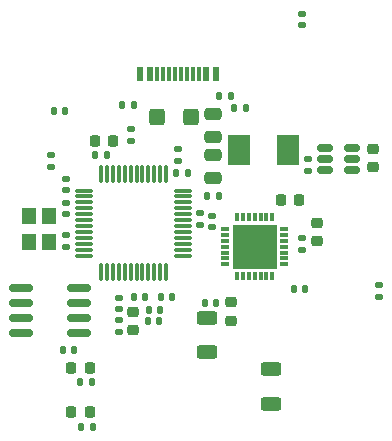
<source format=gbr>
%TF.GenerationSoftware,KiCad,Pcbnew,8.0.2*%
%TF.CreationDate,2024-09-15T16:43:51-04:00*%
%TF.ProjectId,StepperMotorDriver,53746570-7065-4724-9d6f-746f72447269,rev?*%
%TF.SameCoordinates,Original*%
%TF.FileFunction,Paste,Top*%
%TF.FilePolarity,Positive*%
%FSLAX46Y46*%
G04 Gerber Fmt 4.6, Leading zero omitted, Abs format (unit mm)*
G04 Created by KiCad (PCBNEW 8.0.2) date 2024-09-15 16:43:51*
%MOMM*%
%LPD*%
G01*
G04 APERTURE LIST*
G04 Aperture macros list*
%AMRoundRect*
0 Rectangle with rounded corners*
0 $1 Rounding radius*
0 $2 $3 $4 $5 $6 $7 $8 $9 X,Y pos of 4 corners*
0 Add a 4 corners polygon primitive as box body*
4,1,4,$2,$3,$4,$5,$6,$7,$8,$9,$2,$3,0*
0 Add four circle primitives for the rounded corners*
1,1,$1+$1,$2,$3*
1,1,$1+$1,$4,$5*
1,1,$1+$1,$6,$7*
1,1,$1+$1,$8,$9*
0 Add four rect primitives between the rounded corners*
20,1,$1+$1,$2,$3,$4,$5,0*
20,1,$1+$1,$4,$5,$6,$7,0*
20,1,$1+$1,$6,$7,$8,$9,0*
20,1,$1+$1,$8,$9,$2,$3,0*%
G04 Aperture macros list end*
%ADD10R,1.200000X1.400000*%
%ADD11RoundRect,0.250000X-0.400000X-0.450000X0.400000X-0.450000X0.400000X0.450000X-0.400000X0.450000X0*%
%ADD12RoundRect,0.250000X-0.625000X0.312500X-0.625000X-0.312500X0.625000X-0.312500X0.625000X0.312500X0*%
%ADD13RoundRect,0.140000X-0.140000X-0.170000X0.140000X-0.170000X0.140000X0.170000X-0.140000X0.170000X0*%
%ADD14RoundRect,0.140000X-0.170000X0.140000X-0.170000X-0.140000X0.170000X-0.140000X0.170000X0.140000X0*%
%ADD15RoundRect,0.135000X-0.185000X0.135000X-0.185000X-0.135000X0.185000X-0.135000X0.185000X0.135000X0*%
%ADD16RoundRect,0.218750X-0.256250X0.218750X-0.256250X-0.218750X0.256250X-0.218750X0.256250X0.218750X0*%
%ADD17RoundRect,0.150000X0.825000X0.150000X-0.825000X0.150000X-0.825000X-0.150000X0.825000X-0.150000X0*%
%ADD18RoundRect,0.140000X0.170000X-0.140000X0.170000X0.140000X-0.170000X0.140000X-0.170000X-0.140000X0*%
%ADD19RoundRect,0.250000X-0.475000X0.250000X-0.475000X-0.250000X0.475000X-0.250000X0.475000X0.250000X0*%
%ADD20RoundRect,0.218750X-0.218750X-0.256250X0.218750X-0.256250X0.218750X0.256250X-0.218750X0.256250X0*%
%ADD21RoundRect,0.140000X0.140000X0.170000X-0.140000X0.170000X-0.140000X-0.170000X0.140000X-0.170000X0*%
%ADD22RoundRect,0.135000X-0.135000X-0.185000X0.135000X-0.185000X0.135000X0.185000X-0.135000X0.185000X0*%
%ADD23RoundRect,0.225000X0.250000X-0.225000X0.250000X0.225000X-0.250000X0.225000X-0.250000X-0.225000X0*%
%ADD24RoundRect,0.135000X0.185000X-0.135000X0.185000X0.135000X-0.185000X0.135000X-0.185000X-0.135000X0*%
%ADD25RoundRect,0.075000X-0.662500X-0.075000X0.662500X-0.075000X0.662500X0.075000X-0.662500X0.075000X0*%
%ADD26RoundRect,0.075000X-0.075000X-0.662500X0.075000X-0.662500X0.075000X0.662500X-0.075000X0.662500X0*%
%ADD27R,1.900000X2.500000*%
%ADD28RoundRect,0.250000X0.625000X-0.312500X0.625000X0.312500X-0.625000X0.312500X-0.625000X-0.312500X0*%
%ADD29RoundRect,0.150000X0.512500X0.150000X-0.512500X0.150000X-0.512500X-0.150000X0.512500X-0.150000X0*%
%ADD30R,0.600000X1.160000*%
%ADD31R,0.300000X1.160000*%
%ADD32RoundRect,0.135000X0.135000X0.185000X-0.135000X0.185000X-0.135000X-0.185000X0.135000X-0.185000X0*%
%ADD33RoundRect,0.225000X-0.225000X-0.250000X0.225000X-0.250000X0.225000X0.250000X-0.225000X0.250000X0*%
%ADD34RoundRect,0.225000X0.225000X0.250000X-0.225000X0.250000X-0.225000X-0.250000X0.225000X-0.250000X0*%
%ADD35RoundRect,0.225000X-0.250000X0.225000X-0.250000X-0.225000X0.250000X-0.225000X0.250000X0.225000X0*%
%ADD36R,0.800000X0.300000*%
%ADD37R,0.300000X0.800000*%
%ADD38R,3.800000X3.800000*%
G04 APERTURE END LIST*
D10*
%TO.C,Y2*%
X60650000Y-61400000D03*
X60650000Y-63600000D03*
X62350000Y-63600000D03*
X62350000Y-61400000D03*
%TD*%
D11*
%TO.C,D1*%
X71451105Y-52993477D03*
X74351105Y-52993477D03*
%TD*%
D12*
%TO.C,R6*%
X75750000Y-70037500D03*
X75750000Y-72962500D03*
%TD*%
D13*
%TO.C,C20*%
X62770000Y-52500000D03*
X63730000Y-52500000D03*
%TD*%
%TO.C,C1*%
X75737001Y-59750000D03*
X76697001Y-59750000D03*
%TD*%
D14*
%TO.C,C19*%
X68250000Y-70230809D03*
X68250000Y-71190809D03*
%TD*%
D15*
%TO.C,R4*%
X75154699Y-61118977D03*
X75154699Y-62138977D03*
%TD*%
D16*
%TO.C,D2*%
X77750000Y-68712500D03*
X77750000Y-70287500D03*
%TD*%
D17*
%TO.C,U2*%
X64904524Y-71322558D03*
X64904524Y-70052558D03*
X64904524Y-68782558D03*
X64904524Y-67512558D03*
X59954524Y-67512558D03*
X59954524Y-68782558D03*
X59954524Y-70052558D03*
X59954524Y-71322558D03*
%TD*%
D18*
%TO.C,C5*%
X76122387Y-62369207D03*
X76122387Y-61409207D03*
%TD*%
D19*
%TO.C,C27*%
X76247443Y-56255287D03*
X76247443Y-58155287D03*
%TD*%
D20*
%TO.C,D4*%
X64212500Y-78000000D03*
X65787500Y-78000000D03*
%TD*%
D13*
%TO.C,C2*%
X63520000Y-72750000D03*
X64480000Y-72750000D03*
%TD*%
D21*
%TO.C,C13*%
X74084445Y-57788002D03*
X73124445Y-57788002D03*
%TD*%
D18*
%TO.C,C12*%
X63750000Y-59230000D03*
X63750000Y-58270000D03*
%TD*%
D22*
%TO.C,R9*%
X64990000Y-75500000D03*
X66010000Y-75500000D03*
%TD*%
D23*
%TO.C,C10*%
X85000000Y-63525000D03*
X85000000Y-61975000D03*
%TD*%
D24*
%TO.C,R2*%
X73250000Y-56760000D03*
X73250000Y-55740000D03*
%TD*%
D16*
%TO.C,FB3*%
X69474550Y-69494869D03*
X69474550Y-71069869D03*
%TD*%
D13*
%TO.C,C7*%
X84025873Y-67613273D03*
X83065873Y-67613273D03*
%TD*%
D25*
%TO.C,U3*%
X65337500Y-59250000D03*
X65337500Y-59750000D03*
X65337500Y-60250000D03*
X65337500Y-60750000D03*
X65337500Y-61250000D03*
X65337500Y-61750000D03*
X65337500Y-62250000D03*
X65337500Y-62750000D03*
X65337500Y-63250000D03*
X65337500Y-63750000D03*
X65337500Y-64250000D03*
X65337500Y-64750000D03*
D26*
X66750000Y-66162500D03*
X67250000Y-66162500D03*
X67750000Y-66162500D03*
X68250000Y-66162500D03*
X68750000Y-66162500D03*
X69250000Y-66162500D03*
X69750000Y-66162500D03*
X70250000Y-66162500D03*
X70750000Y-66162500D03*
X71250000Y-66162500D03*
X71750000Y-66162500D03*
X72250000Y-66162500D03*
D25*
X73662500Y-64750000D03*
X73662500Y-64250000D03*
X73662500Y-63750000D03*
X73662500Y-63250000D03*
X73662500Y-62750000D03*
X73662500Y-62250000D03*
X73662500Y-61750000D03*
X73662500Y-61250000D03*
X73662500Y-60750000D03*
X73662500Y-60250000D03*
X73662500Y-59750000D03*
X73662500Y-59250000D03*
D26*
X72250000Y-57837500D03*
X71750000Y-57837500D03*
X71250000Y-57837500D03*
X70750000Y-57837500D03*
X70250000Y-57837500D03*
X69750000Y-57837500D03*
X69250000Y-57837500D03*
X68750000Y-57837500D03*
X68250000Y-57837500D03*
X67750000Y-57837500D03*
X67250000Y-57837500D03*
X66750000Y-57837500D03*
%TD*%
D27*
%TO.C,L2*%
X82550000Y-55843821D03*
X78450000Y-55843821D03*
%TD*%
D14*
%TO.C,C26*%
X84300000Y-56613821D03*
X84300000Y-57573821D03*
%TD*%
D13*
%TO.C,C21*%
X70770000Y-69323632D03*
X71730000Y-69323632D03*
%TD*%
D18*
%TO.C,C6*%
X83733518Y-64244807D03*
X83733518Y-63284807D03*
%TD*%
D22*
%TO.C,R7*%
X76740000Y-51250000D03*
X77760000Y-51250000D03*
%TD*%
D28*
%TO.C,R5*%
X81096371Y-74369053D03*
X81096371Y-77294053D03*
%TD*%
D18*
%TO.C,C3*%
X63750000Y-61230000D03*
X63750000Y-60270000D03*
%TD*%
%TO.C,C18*%
X68250000Y-69276569D03*
X68250000Y-68316569D03*
%TD*%
D29*
%TO.C,U5*%
X88010002Y-57543821D03*
X88010002Y-56593821D03*
X88010002Y-55643821D03*
X85735002Y-55643821D03*
X85735002Y-56593821D03*
X85735002Y-57543821D03*
%TD*%
D24*
%TO.C,R11*%
X90250000Y-68260000D03*
X90250000Y-67240000D03*
%TD*%
D30*
%TO.C,J10*%
X76450000Y-49391250D03*
X75650000Y-49391250D03*
D31*
X74500000Y-49391250D03*
X73500000Y-49391250D03*
X73000000Y-49391250D03*
X72000000Y-49391250D03*
D30*
X70850000Y-49391250D03*
X70050000Y-49391250D03*
X70050000Y-49391250D03*
X70850000Y-49391250D03*
D31*
X71500000Y-49391250D03*
X72500000Y-49391250D03*
X74000000Y-49391250D03*
X75000000Y-49391250D03*
D30*
X75650000Y-49391250D03*
X76450000Y-49391250D03*
%TD*%
D32*
%TO.C,R8*%
X69510000Y-52000000D03*
X68490000Y-52000000D03*
%TD*%
D22*
%TO.C,R1*%
X77990000Y-52250000D03*
X79010000Y-52250000D03*
%TD*%
D18*
%TO.C,C23*%
X83750000Y-45250000D03*
X83750000Y-44290000D03*
%TD*%
D21*
%TO.C,C17*%
X70488756Y-68296569D03*
X69528756Y-68296569D03*
%TD*%
D33*
%TO.C,C15*%
X66225000Y-55042142D03*
X67775000Y-55042142D03*
%TD*%
D24*
%TO.C,R3*%
X69250000Y-55030562D03*
X69250000Y-54010562D03*
%TD*%
D21*
%TO.C,C9*%
X76480000Y-68750000D03*
X75520000Y-68750000D03*
%TD*%
%TO.C,C14*%
X72738756Y-68296569D03*
X71778756Y-68296569D03*
%TD*%
D20*
%TO.C,D3*%
X64212500Y-74250000D03*
X65787500Y-74250000D03*
%TD*%
D14*
%TO.C,C4*%
X63750000Y-63040000D03*
X63750000Y-64000000D03*
%TD*%
D34*
%TO.C,C11*%
X83489679Y-60068608D03*
X81939679Y-60068608D03*
%TD*%
D13*
%TO.C,C16*%
X66258180Y-56252997D03*
X67218180Y-56252997D03*
%TD*%
D22*
%TO.C,R10*%
X65051852Y-79246079D03*
X66071852Y-79246079D03*
%TD*%
D13*
%TO.C,C22*%
X70688973Y-70287561D03*
X71648973Y-70287561D03*
%TD*%
D35*
%TO.C,C25*%
X89750000Y-55725000D03*
X89750000Y-57275000D03*
%TD*%
D19*
%TO.C,C28*%
X76250000Y-52800000D03*
X76250000Y-54700000D03*
%TD*%
D24*
%TO.C,R12*%
X62500000Y-57260000D03*
X62500000Y-56240000D03*
%TD*%
D36*
%TO.C,IC2*%
X82250000Y-65500000D03*
X82250000Y-65000000D03*
X82250000Y-64500000D03*
X82250000Y-64000000D03*
X82250000Y-63500000D03*
X82250000Y-63000000D03*
X82250000Y-62500000D03*
D37*
X81250000Y-61500000D03*
X80750000Y-61500000D03*
X80250000Y-61500000D03*
X79750000Y-61500000D03*
X79250000Y-61500000D03*
X78750000Y-61500000D03*
X78250000Y-61500000D03*
D36*
X77250000Y-62500000D03*
X77250000Y-63000000D03*
X77250000Y-63500000D03*
X77250000Y-64000000D03*
X77250000Y-64500000D03*
X77250000Y-65000000D03*
X77250000Y-65500000D03*
D37*
X78250000Y-66500000D03*
X78750000Y-66500000D03*
X79250000Y-66500000D03*
X79750000Y-66500000D03*
X80250000Y-66500000D03*
X80750000Y-66500000D03*
X81250000Y-66500000D03*
D38*
X79750000Y-64000000D03*
%TD*%
M02*

</source>
